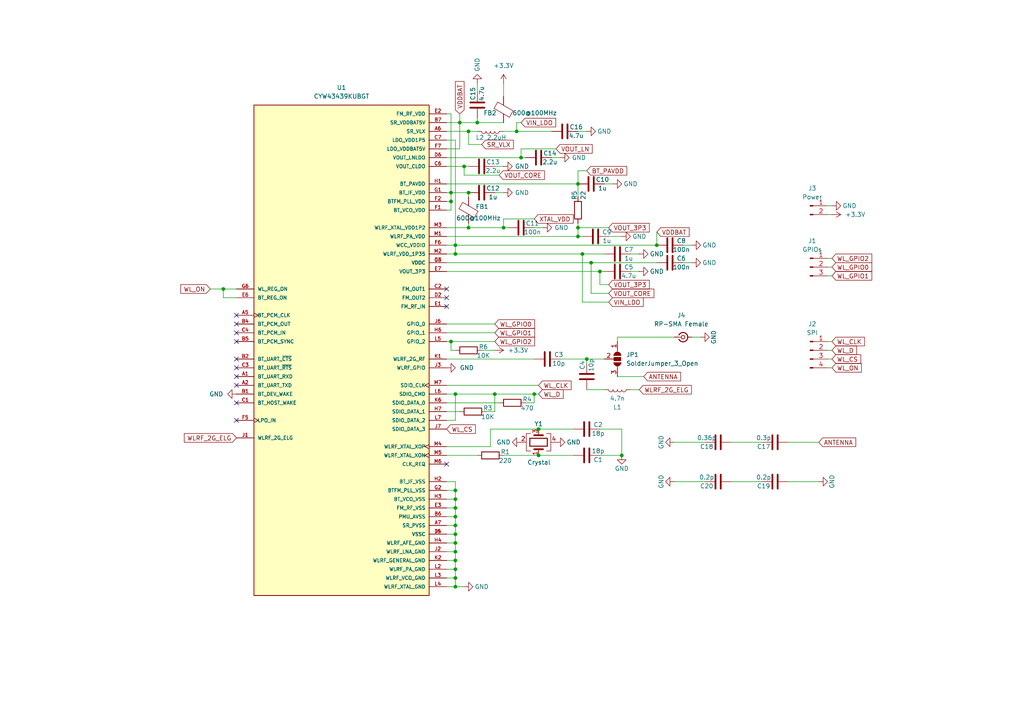
<source format=kicad_sch>
(kicad_sch (version 20231120) (generator "eeschema") (generator_version "8.0")
  (paper "A4")
  (lib_symbols
    (symbol "CYW43439:CYW43439KUBGT" (pin_names (offset 1.016))
      (property "Reference" "U" (at -25.4 73.66 0))
      (property "Value" "CYW43439KUBGT" (at -25.4 -73.66 0))
      (symbol "CYW43439KUBGT_0_0"
        (rectangle (start -25.4 -71.12) (end 25.4 71.12) (stroke (width 0.254)) (fill (type background)))
        (pin input line (at -30.48 -7.62 0) (length 5.08) (name "BT_UART_RXD") (number "A1"))
        (pin output line (at -30.48 -10.16 0) (length 5.08) (name "BT_UART_TXD") (number "A2"))
        (pin bidirectional clock (at -30.48 10.16 0) (length 5.08) (name "BT_PCM_CLK") (number "A5"))
        (pin power_in line (at 30.48 63.5 180) (length 5.08) (name "SR_VLX") (number "A6"))
        (pin power_in line (at 30.48 -50.8 180) (length 5.08) (name "SR_PVSS") (number "A7"))
        (pin bidirectional line (at -30.48 -12.7 0) (length 5.08) (name "BT_DEV_WAKE") (number "B1"))
        (pin input line (at -30.48 -2.54 0) (length 5.08) (name "BT_UART_~{CTS}") (number "B2"))
        (pin output line (at -30.48 7.62 0) (length 5.08) (name "BT_PCM_OUT") (number "B4"))
        (pin bidirectional line (at -30.48 2.54 0) (length 5.08) (name "BT_PCM_SYNC") (number "B5"))
        (pin power_in line (at 30.48 -48.26 180) (length 5.08) (name "PMU_AVSS") (number "B6"))
        (pin power_in line (at 30.48 66.04 180) (length 5.08) (name "SR_VDDBAT5V") (number "B7"))
        (pin bidirectional line (at -30.48 -15.24 0) (length 5.08) (name "BT_HOST_WAKE") (number "C1"))
        (pin output line (at 30.48 17.78 180) (length 5.08) (name "FM_OUT1") (number "C2"))
        (pin output line (at -30.48 -5.08 0) (length 5.08) (name "BT_UART_~{RTS}") (number "C3"))
        (pin input line (at -30.48 5.08 0) (length 5.08) (name "BT_PCM_IN") (number "C4"))
        (pin power_in line (at 30.48 53.34 180) (length 5.08) (name "VOUT_CLDO") (number "C6"))
        (pin power_in line (at 30.48 60.96 180) (length 5.08) (name "LDO_VDD1P5") (number "C7"))
        (pin output line (at 30.48 15.24 180) (length 5.08) (name "FM_OUT2") (number "D2"))
        (pin power_in line (at 30.48 25.4 180) (length 5.08) (name "VDDC") (number "D3"))
        (pin power_in line (at 30.48 -53.34 180) (length 5.08) (name "VSSC") (number "D4"))
        (pin power_in line (at 30.48 55.88 180) (length 5.08) (name "VOUT_LNLDO") (number "D6"))
        (pin input line (at 30.48 12.7 180) (length 5.08) (name "FM_RF_IN") (number "E1"))
        (pin bidirectional line (at 30.48 68.58 180) (length 5.08) (name "FM_RF_VDD") (number "E2"))
        (pin power_in line (at 30.48 -45.72 180) (length 5.08) (name "FM_RF_VSS") (number "E3"))
        (pin input line (at -30.48 15.24 0) (length 5.08) (name "BT_REG_ON") (number "E6"))
        (pin power_in line (at 30.48 22.86 180) (length 5.08) (name "VOUT_3P3") (number "E7"))
        (pin power_in line (at 30.48 40.64 180) (length 5.08) (name "BT_VCO_VDD") (number "F1"))
        (pin power_in line (at 30.48 43.18 180) (length 5.08) (name "BTFM_PLL_VDD") (number "F2"))
        (pin input clock (at -30.48 -20.32 0) (length 5.08) (name "LPO_IN") (number "F5"))
        (pin power_in line (at 30.48 30.48 180) (length 5.08) (name "WCC_VDDIO") (number "F6"))
        (pin power_in line (at 30.48 58.42 180) (length 5.08) (name "LDO_VDDBAT5V") (number "F7"))
        (pin power_in line (at 30.48 45.72 180) (length 5.08) (name "BT_IF_VDD") (number "G1"))
        (pin power_in line (at 30.48 -40.64 180) (length 5.08) (name "BTFM_PLL_VSS") (number "G2"))
        (pin power_in line (at 30.48 25.4 180) (length 5.08) (name "VDDC") (number "G4"))
        (pin input line (at -30.48 17.78 0) (length 5.08) (name "WL_REG_ON") (number "G6"))
        (pin power_in line (at 30.48 48.26 180) (length 5.08) (name "BT_PAVDD") (number "H1"))
        (pin power_in line (at 30.48 -38.1 180) (length 5.08) (name "BT_IF_VSS") (number "H2"))
        (pin power_in line (at 30.48 -43.18 180) (length 5.08) (name "BT_VCO_VSS") (number "H3"))
        (pin power_in line (at 30.48 -55.88 180) (length 5.08) (name "WLRF_AFE_GND") (number "H4"))
        (pin bidirectional line (at 30.48 5.08 180) (length 5.08) (name "GPIO_1") (number "H6"))
        (pin bidirectional line (at 30.48 -17.78 180) (length 5.08) (name "SDIO_DATA_1") (number "H7"))
        (pin input line (at -30.48 -25.4 0) (length 5.08) (name "WLRF_2G_ELG") (number "J1"))
        (pin power_in line (at 30.48 -58.42 180) (length 5.08) (name "WLRF_LNA_GND") (number "J2"))
        (pin bidirectional line (at 30.48 -5.08 180) (length 5.08) (name "WLRF_GPIO") (number "J3"))
        (pin power_in line (at 30.48 -53.34 180) (length 5.08) (name "VSSC") (number "J5"))
        (pin bidirectional line (at 30.48 7.62 180) (length 5.08) (name "GPIO_0") (number "J6"))
        (pin bidirectional line (at 30.48 -22.86 180) (length 5.08) (name "SDIO_DATA_3") (number "J7"))
        (pin output line (at 30.48 -2.54 180) (length 5.08) (name "WLRF_2G_RF") (number "K1"))
        (pin power_in line (at 30.48 -60.96 180) (length 5.08) (name "WLRF_GENERAL_GND") (number "K2"))
        (pin bidirectional line (at 30.48 -15.24 180) (length 5.08) (name "SDIO_DATA_0") (number "K6"))
        (pin power_in line (at 30.48 -63.5 180) (length 5.08) (name "WLRF_PA_GND") (number "L2"))
        (pin power_in line (at 30.48 -66.04 180) (length 5.08) (name "WLRF_VCO_GND") (number "L3"))
        (pin power_in line (at 30.48 -68.58 180) (length 5.08) (name "WLRF_XTAL_GND") (number "L4"))
        (pin bidirectional line (at 30.48 2.54 180) (length 5.08) (name "GPIO_2") (number "L5"))
        (pin bidirectional line (at 30.48 -12.7 180) (length 5.08) (name "SDIO_CMD") (number "L6"))
        (pin bidirectional line (at 30.48 -20.32 180) (length 5.08) (name "SDIO_DATA_2") (number "L7"))
        (pin power_in line (at 30.48 33.02 180) (length 5.08) (name "WLRF_PA_VDD") (number "M1"))
        (pin power_in line (at 30.48 27.94 180) (length 5.08) (name "WLRF_VDD_1P35") (number "M2"))
        (pin power_in line (at 30.48 35.56 180) (length 5.08) (name "WLRF_XTAL_VDD1P2") (number "M3"))
        (pin input clock (at 30.48 -27.94 180) (length 5.08) (name "WLRF_XTAL_XOP") (number "M4"))
        (pin output clock (at 30.48 -30.48 180) (length 5.08) (name "WLRF_XTAL_XON") (number "M5"))
        (pin output line (at 30.48 -33.02 180) (length 5.08) (name "CLK_REQ") (number "M6"))
        (pin input clock (at 30.48 -10.16 180) (length 5.08) (name "SDIO_CLK") (number "M7"))
      )
    )
    (symbol "Connector:Conn_01x02_Pin" (pin_names (offset 1.016) hide)
      (property "Reference" "J" (at 0 2.54 0))
      (property "Value" "Conn_01x02_Pin" (at 0 -5.08 0))
      (symbol "Conn_01x02_Pin_1_1"
        (polyline (pts (xy 1.27 -2.54) (xy 0.8636 -2.54)) (stroke (width 0.1524)))
        (polyline (pts (xy 1.27 0) (xy 0.8636 0)) (stroke (width 0.1524)))
        (rectangle (start 0.8636 -2.413) (end 0 -2.667) (stroke (width 0.1524)) (fill (type outline)))
        (rectangle (start 0.8636 0.127) (end 0 -0.127) (stroke (width 0.1524)) (fill (type outline)))
        (pin passive line (at 5.08 0 180) (length 3.81) (name "Pin_1") (number "1"))
        (pin passive line (at 5.08 -2.54 180) (length 3.81) (name "Pin_2") (number "2"))
      )
    )
    (symbol "Connector:Conn_01x03_Pin" (pin_names (offset 1.016) hide)
      (property "Reference" "J" (at 0 5.08 0))
      (property "Value" "Conn_01x03_Pin" (at 0 -5.08 0))
      (symbol "Conn_01x03_Pin_1_1"
        (polyline (pts (xy 1.27 -2.54) (xy 0.8636 -2.54)) (stroke (width 0.1524)))
        (polyline (pts (xy 1.27 0) (xy 0.8636 0)) (stroke (width 0.1524)))
        (polyline (pts (xy 1.27 2.54) (xy 0.8636 2.54)) (stroke (width 0.1524)))
        (rectangle (start 0.8636 -2.413) (end 0 -2.667) (stroke (width 0.1524)) (fill (type outline)))
        (rectangle (start 0.8636 0.127) (end 0 -0.127) (stroke (width 0.1524)) (fill (type outline)))
        (rectangle (start 0.8636 2.667) (end 0 2.413) (stroke (width 0.1524)) (fill (type outline)))
        (pin passive line (at 5.08 2.54 180) (length 3.81) (name "Pin_1") (number "1"))
        (pin passive line (at 5.08 0 180) (length 3.81) (name "Pin_2") (number "2"))
        (pin passive line (at 5.08 -2.54 180) (length 3.81) (name "Pin_3") (number "3"))
      )
    )
    (symbol "Connector:Conn_01x04_Pin" (pin_names (offset 1.016) hide)
      (property "Reference" "J" (at 0 5.08 0))
      (property "Value" "Conn_01x04_Pin" (at 0 -7.62 0))
      (symbol "Conn_01x04_Pin_1_1"
        (polyline (pts (xy 1.27 -5.08) (xy 0.8636 -5.08)) (stroke (width 0.1524)))
        (polyline (pts (xy 1.27 -2.54) (xy 0.8636 -2.54)) (stroke (width 0.1524)))
        (polyline (pts (xy 1.27 0) (xy 0.8636 0)) (stroke (width 0.1524)))
        (polyline (pts (xy 1.27 2.54) (xy 0.8636 2.54)) (stroke (width 0.1524)))
        (rectangle (start 0.8636 -4.953) (end 0 -5.207) (stroke (width 0.1524)) (fill (type outline)))
        (rectangle (start 0.8636 -2.413) (end 0 -2.667) (stroke (width 0.1524)) (fill (type outline)))
        (rectangle (start 0.8636 0.127) (end 0 -0.127) (stroke (width 0.1524)) (fill (type outline)))
        (rectangle (start 0.8636 2.667) (end 0 2.413) (stroke (width 0.1524)) (fill (type outline)))
        (pin passive line (at 5.08 2.54 180) (length 3.81) (name "Pin_1") (number "1"))
        (pin passive line (at 5.08 0 180) (length 3.81) (name "Pin_2") (number "2"))
        (pin passive line (at 5.08 -2.54 180) (length 3.81) (name "Pin_3") (number "3"))
        (pin passive line (at 5.08 -5.08 180) (length 3.81) (name "Pin_4") (number "4"))
      )
    )
    (symbol "Connector:Conn_Coaxial_Small" (pin_numbers hide) (pin_names (offset 1.016) hide)
      (property "Reference" "J" (at 0.254 3.048 0))
      (property "Value" "Conn_Coaxial_Small" (at 0 -3.81 0))
      (symbol "Conn_Coaxial_Small_0_1"
        (polyline (pts (xy -2.54 0) (xy -0.508 0)))
        (circle (center 0 0) (radius 0.508) (stroke (width 0.2032)))
      )
      (symbol "Conn_Coaxial_Small_1_1"
        (arc (start -1.1916 -0.6311) (mid 0.327 -1.3081) (end 1.3484 0.0039) (stroke (width 0.3048)))
        (arc (start 1.3484 -0.0039) (mid 0.327 1.3081) (end -1.1916 0.6311) (stroke (width 0.3048)))
        (pin passive line (at -2.54 0 0) (length 1.27) (name "In") (number "1"))
        (pin passive line (at 2.54 0 180) (length 1.27) (name "Ext") (number "2"))
      )
    )
    (symbol "Device:C" (pin_numbers hide) (pin_names (offset 0.254))
      (property "Reference" "C" (at 0.635 2.54 0))
      (property "Value" "C" (at 0.635 -2.54 0))
      (symbol "C_0_1"
        (polyline (pts (xy -2.032 -0.762) (xy 2.032 -0.762)) (stroke (width 0.508)))
        (polyline (pts (xy -2.032 0.762) (xy 2.032 0.762)) (stroke (width 0.508)))
      )
      (symbol "C_1_1"
        (pin passive line (at 0 3.81 270) (length 2.794) (name "~") (number "1"))
        (pin passive line (at 0 -3.81 90) (length 2.794) (name "~") (number "2"))
      )
    )
    (symbol "Device:Crystal_GND24" (pin_names (offset 1.016) hide)
      (property "Reference" "Y" (at 3.175 5.08 0))
      (property "Value" "Crystal_GND24" (at 3.175 3.175 0))
      (symbol "Crystal_GND24_0_1"
        (rectangle (start -1.143 2.54) (end 1.143 -2.54) (stroke (width 0.3048)))
        (polyline (pts (xy -2.54 0) (xy -2.032 0)))
        (polyline (pts (xy -2.032 -1.27) (xy -2.032 1.27)) (stroke (width 0.508)))
        (polyline (pts (xy 0 -3.81) (xy 0 -3.556)))
        (polyline (pts (xy 0 3.556) (xy 0 3.81)))
        (polyline (pts (xy 2.032 -1.27) (xy 2.032 1.27)) (stroke (width 0.508)))
        (polyline (pts (xy 2.032 0) (xy 2.54 0)))
        (polyline (pts (xy -2.54 -2.286) (xy -2.54 -3.556) (xy 2.54 -3.556) (xy 2.54 -2.286)))
        (polyline (pts (xy -2.54 2.286) (xy -2.54 3.556) (xy 2.54 3.556) (xy 2.54 2.286)))
      )
      (symbol "Crystal_GND24_1_1"
        (pin passive line (at -3.81 0 0) (length 1.27) (name "1") (number "1"))
        (pin passive line (at 0 5.08 270) (length 1.27) (name "2") (number "2"))
        (pin passive line (at 3.81 0 180) (length 1.27) (name "3") (number "3"))
        (pin passive line (at 0 -5.08 90) (length 1.27) (name "4") (number "4"))
      )
    )
    (symbol "Device:FerriteBead" (pin_numbers hide) (pin_names (offset 0))
      (property "Reference" "FB" (at -3.81 0.635 90))
      (property "Value" "FerriteBead" (at 3.81 0 90))
      (symbol "FerriteBead_0_1"
        (polyline (pts (xy 0 -1.27) (xy 0 -1.2192)))
        (polyline (pts (xy 0 1.27) (xy 0 1.2954)))
        (polyline (pts (xy -2.7686 0.4064) (xy -1.7018 2.2606) (xy 2.7686 -0.3048) (xy 1.6764 -2.159) (xy -2.7686 0.4064)))
      )
      (symbol "FerriteBead_1_1"
        (pin passive line (at 0 3.81 270) (length 2.54) (name "~") (number "1"))
        (pin passive line (at 0 -3.81 90) (length 2.54) (name "~") (number "2"))
      )
    )
    (symbol "Device:L" (pin_numbers hide) (pin_names (offset 1.016) hide)
      (property "Reference" "L" (at -1.27 0 90))
      (property "Value" "L" (at 1.905 0 90))
      (symbol "L_0_1"
        (arc (start 0 -2.54) (mid 0.6323 -1.905) (end 0 -1.27))
        (arc (start 0 -1.27) (mid 0.6323 -0.635) (end 0 0))
        (arc (start 0 0) (mid 0.6323 0.635) (end 0 1.27))
        (arc (start 0 1.27) (mid 0.6323 1.905) (end 0 2.54))
      )
      (symbol "L_1_1"
        (pin passive line (at 0 3.81 270) (length 1.27) (name "1") (number "1"))
        (pin passive line (at 0 -3.81 90) (length 1.27) (name "2") (number "2"))
      )
    )
    (symbol "Device:R" (pin_numbers hide) (pin_names (offset 0))
      (property "Reference" "R" (at 2.032 0 90))
      (property "Value" "R" (at 0 0 90))
      (symbol "R_0_1"
        (rectangle (start -1.016 -2.54) (end 1.016 2.54) (stroke (width 0.254)))
      )
      (symbol "R_1_1"
        (pin passive line (at 0 3.81 270) (length 1.27) (name "~") (number "1"))
        (pin passive line (at 0 -3.81 90) (length 1.27) (name "~") (number "2"))
      )
    )
    (symbol "Jumper:SolderJumper_3_Open" (pin_names (offset 0) hide) (exclude_from_sim yes) (in_bom no)
      (property "Reference" "JP" (at -2.54 -2.54 0))
      (property "Value" "SolderJumper_3_Open" (at 0 2.794 0))
      (symbol "SolderJumper_3_Open_0_1"
        (arc (start -1.016 1.016) (mid -2.0276 0) (end -1.016 -1.016))
        (arc (start -1.016 1.016) (mid -2.0276 0) (end -1.016 -1.016) (fill (type outline)))
        (rectangle (start -0.508 1.016) (end 0.508 -1.016) (fill (type outline)))
        (polyline (pts (xy -2.54 0) (xy -2.032 0)))
        (polyline (pts (xy -1.016 1.016) (xy -1.016 -1.016)))
        (polyline (pts (xy 0 -1.27) (xy 0 -1.016)))
        (polyline (pts (xy 1.016 1.016) (xy 1.016 -1.016)))
        (polyline (pts (xy 2.54 0) (xy 2.032 0)))
        (arc (start 1.016 -1.016) (mid 2.0276 0) (end 1.016 1.016))
        (arc (start 1.016 -1.016) (mid 2.0276 0) (end 1.016 1.016) (fill (type outline)))
      )
      (symbol "SolderJumper_3_Open_1_1"
        (pin passive line (at -5.08 0 0) (length 2.54) (name "A") (number "1"))
        (pin passive line (at 0 -3.81 90) (length 2.54) (name "C") (number "2"))
        (pin passive line (at 5.08 0 180) (length 2.54) (name "B") (number "3"))
      )
    )
    (symbol "power:+3.3V" (power) (pin_numbers hide) (pin_names (offset 0) hide)
      (property "Value" "+3.3V" (at 0 3.556 0))
      (symbol "+3.3V_0_1"
        (polyline (pts (xy -0.762 1.27) (xy 0 2.54)))
        (polyline (pts (xy 0 0) (xy 0 2.54)))
        (polyline (pts (xy 0 2.54) (xy 0.762 1.27)))
      )
      (symbol "+3.3V_1_1"
        (pin power_in line (at 0 0 90) (length 0) (name "~") (number "1"))
      )
    )
    (symbol "power:GND" (power) (pin_numbers hide) (pin_names (offset 0) hide)
      (property "Value" "GND" (at 0 -3.81 0))
      (symbol "GND_0_1"
        (polyline (pts (xy 0 0) (xy 0 -1.27) (xy 1.27 -1.27) (xy 0 -2.54) (xy -1.27 -1.27) (xy 0 -1.27)))
      )
      (symbol "GND_1_1"
        (pin power_in line (at 0 0 270) (length 0) (name "~") (number "1"))
      )
    )
  )
  (junction (at 146.05 66.04))
  (junction (at 151.13 45.72))
  (junction (at 156.21 132.08))
  (junction (at 190.5 71.12))
  (junction (at 135.89 55.88))
  (junction (at 132.08 142.24))
  (junction (at 132.08 162.56))
  (junction (at 130.81 99.06))
  (junction (at 130.81 58.42))
  (junction (at 170.18 104.14))
  (junction (at 133.35 35.56))
  (junction (at 134.62 48.26))
  (junction (at 132.08 144.78))
  (junction (at 132.08 73.66))
  (junction (at 132.08 157.48))
  (junction (at 167.64 53.34))
  (junction (at 132.08 147.32))
  (junction (at 173.99 78.74))
  (junction (at 130.81 55.88))
  (junction (at 171.45 76.2))
  (junction (at 132.08 167.64))
  (junction (at 132.08 160.02))
  (junction (at 135.89 38.1))
  (junction (at 143.51 114.3))
  (junction (at 180.34 132.08))
  (junction (at 132.08 154.94))
  (junction (at 132.08 114.3))
  (junction (at 135.89 66.04))
  (junction (at 154.94 114.3))
  (junction (at 138.43 35.56))
  (junction (at 132.08 170.18))
  (junction (at 64.77 83.82))
  (junction (at 167.64 66.04))
  (junction (at 132.08 165.1))
  (junction (at 149.86 38.1))
  (junction (at 168.91 73.66))
  (junction (at 132.08 71.12))
  (junction (at 132.08 149.86))
  (junction (at 156.21 124.46))
  (junction (at 132.08 152.4))
  (junction (at 167.64 68.58))
  (no_connect (at 129.54 134.62))
  (no_connect (at 129.54 88.9))
  (no_connect (at 129.54 83.82))
  (no_connect (at 129.54 86.36))
  (no_connect (at 68.58 106.68))
  (no_connect (at 68.58 99.06))
  (no_connect (at 68.58 121.92))
  (no_connect (at 68.58 93.98))
  (no_connect (at 68.58 109.22))
  (no_connect (at 68.58 116.84))
  (no_connect (at 68.58 111.76))
  (no_connect (at 68.58 96.52))
  (no_connect (at 68.58 104.14))
  (no_connect (at 68.58 91.44))
  (wire (pts (xy 154.94 116.84) (xy 154.94 114.3)))
  (wire (pts (xy 132.08 114.3) (xy 143.51 114.3)))
  (wire (pts (xy 241.3 74.93) (xy 240.03 74.93)))
  (wire (pts (xy 138.43 35.56) (xy 146.05 35.56)))
  (wire (pts (xy 129.54 38.1) (xy 135.89 38.1)))
  (wire (pts (xy 130.81 58.42) (xy 130.81 55.88)))
  (wire (pts (xy 160.02 45.72) (xy 162.56 45.72)))
  (wire (pts (xy 146.05 63.5) (xy 146.05 66.04)))
  (wire (pts (xy 132.08 139.7) (xy 129.54 139.7)))
  (wire (pts (xy 132.08 149.86) (xy 132.08 152.4)))
  (wire (pts (xy 129.54 119.38) (xy 133.35 119.38)))
  (wire (pts (xy 162.56 104.14) (xy 170.18 104.14)))
  (wire (pts (xy 200.66 76.2) (xy 198.12 76.2)))
  (wire (pts (xy 170.18 104.14) (xy 175.26 104.14)))
  (wire (pts (xy 170.18 38.1) (xy 167.64 38.1)))
  (wire (pts (xy 212.09 139.7) (xy 220.98 139.7)))
  (wire (pts (xy 228.6 139.7) (xy 237.49 139.7)))
  (wire (pts (xy 129.54 76.2) (xy 171.45 76.2)))
  (wire (pts (xy 170.18 49.53) (xy 167.64 49.53)))
  (wire (pts (xy 135.89 64.77) (xy 135.89 66.04)))
  (wire (pts (xy 132.08 165.1) (xy 129.54 165.1)))
  (wire (pts (xy 132.08 71.12) (xy 132.08 73.66)))
  (wire (pts (xy 241.3 80.01) (xy 240.03 80.01)))
  (wire (pts (xy 130.81 60.96) (xy 130.81 58.42)))
  (wire (pts (xy 167.64 64.77) (xy 167.64 66.04)))
  (wire (pts (xy 130.81 55.88) (xy 135.89 55.88)))
  (wire (pts (xy 132.08 71.12) (xy 190.5 71.12)))
  (wire (pts (xy 170.18 104.14) (xy 170.18 105.41)))
  (wire (pts (xy 132.08 142.24) (xy 132.08 144.78)))
  (wire (pts (xy 132.08 73.66) (xy 168.91 73.66)))
  (wire (pts (xy 151.13 43.18) (xy 151.13 45.72)))
  (wire (pts (xy 129.54 43.18) (xy 133.35 43.18)))
  (wire (pts (xy 228.6 128.27) (xy 237.49 128.27)))
  (wire (pts (xy 167.64 66.04) (xy 176.53 66.04)))
  (wire (pts (xy 132.08 147.32) (xy 129.54 147.32)))
  (wire (pts (xy 132.08 101.6) (xy 130.81 101.6)))
  (wire (pts (xy 146.05 38.1) (xy 149.86 38.1)))
  (wire (pts (xy 156.21 132.08) (xy 166.37 132.08)))
  (wire (pts (xy 130.81 33.02) (xy 130.81 55.88)))
  (wire (pts (xy 143.51 93.98) (xy 129.54 93.98)))
  (wire (pts (xy 133.35 33.02) (xy 133.35 35.56)))
  (wire (pts (xy 176.53 85.09) (xy 171.45 85.09)))
  (wire (pts (xy 132.08 170.18) (xy 129.54 170.18)))
  (wire (pts (xy 173.99 78.74) (xy 175.26 78.74)))
  (wire (pts (xy 171.45 85.09) (xy 171.45 76.2)))
  (wire (pts (xy 132.08 154.94) (xy 129.54 154.94)))
  (wire (pts (xy 185.42 73.66) (xy 182.88 73.66)))
  (wire (pts (xy 143.51 114.3) (xy 154.94 114.3)))
  (wire (pts (xy 133.35 35.56) (xy 138.43 35.56)))
  (wire (pts (xy 64.77 86.36) (xy 64.77 83.82)))
  (wire (pts (xy 173.99 82.55) (xy 173.99 78.74)))
  (wire (pts (xy 143.51 101.6) (xy 139.7 101.6)))
  (wire (pts (xy 132.08 165.1) (xy 132.08 167.64)))
  (wire (pts (xy 129.54 33.02) (xy 130.81 33.02)))
  (wire (pts (xy 168.91 73.66) (xy 175.26 73.66)))
  (wire (pts (xy 143.51 96.52) (xy 129.54 96.52)))
  (wire (pts (xy 132.08 139.7) (xy 132.08 142.24)))
  (wire (pts (xy 129.54 66.04) (xy 135.89 66.04)))
  (wire (pts (xy 154.94 66.04) (xy 157.48 66.04)))
  (wire (pts (xy 179.07 97.79) (xy 179.07 99.06)))
  (wire (pts (xy 177.8 53.34) (xy 175.26 53.34)))
  (wire (pts (xy 241.3 99.06) (xy 240.03 99.06)))
  (wire (pts (xy 241.3 106.68) (xy 240.03 106.68)))
  (wire (pts (xy 146.05 24.13) (xy 146.05 27.94)))
  (wire (pts (xy 132.08 162.56) (xy 129.54 162.56)))
  (wire (pts (xy 156.21 124.46) (xy 166.37 124.46)))
  (wire (pts (xy 176.53 87.63) (xy 168.91 87.63)))
  (wire (pts (xy 129.54 111.76) (xy 156.21 111.76)))
  (wire (pts (xy 132.08 152.4) (xy 129.54 152.4)))
  (wire (pts (xy 129.54 116.84) (xy 144.78 116.84)))
  (wire (pts (xy 138.43 26.67) (xy 138.43 24.13)))
  (wire (pts (xy 132.08 160.02) (xy 129.54 160.02)))
  (wire (pts (xy 132.08 167.64) (xy 129.54 167.64)))
  (wire (pts (xy 154.94 114.3) (xy 156.21 114.3)))
  (wire (pts (xy 132.08 167.64) (xy 132.08 170.18)))
  (wire (pts (xy 129.54 35.56) (xy 133.35 35.56)))
  (wire (pts (xy 154.94 63.5) (xy 146.05 63.5)))
  (wire (pts (xy 129.54 121.92) (xy 132.08 121.92)))
  (wire (pts (xy 129.54 40.64) (xy 132.08 40.64)))
  (wire (pts (xy 185.42 78.74) (xy 182.88 78.74)))
  (wire (pts (xy 168.91 68.58) (xy 167.64 68.58)))
  (wire (pts (xy 129.54 68.58) (xy 167.64 68.58)))
  (wire (pts (xy 241.3 62.23) (xy 240.03 62.23)))
  (wire (pts (xy 149.86 38.1) (xy 160.02 38.1)))
  (wire (pts (xy 132.08 40.64) (xy 132.08 71.12)))
  (wire (pts (xy 132.08 149.86) (xy 129.54 149.86)))
  (wire (pts (xy 195.58 128.27) (xy 204.47 128.27)))
  (wire (pts (xy 185.42 113.03) (xy 182.88 113.03)))
  (wire (pts (xy 129.54 132.08) (xy 138.43 132.08)))
  (wire (pts (xy 132.08 157.48) (xy 129.54 157.48)))
  (wire (pts (xy 132.08 121.92) (xy 132.08 114.3)))
  (wire (pts (xy 135.89 66.04) (xy 146.05 66.04)))
  (wire (pts (xy 190.5 67.31) (xy 190.5 71.12)))
  (wire (pts (xy 139.7 41.91) (xy 135.89 41.91)))
  (wire (pts (xy 129.54 129.54) (xy 142.24 129.54)))
  (wire (pts (xy 143.51 99.06) (xy 130.81 99.06)))
  (wire (pts (xy 147.32 66.04) (xy 146.05 66.04)))
  (wire (pts (xy 129.54 45.72) (xy 151.13 45.72)))
  (wire (pts (xy 143.51 55.88) (xy 146.05 55.88)))
  (wire (pts (xy 241.3 104.14) (xy 240.03 104.14)))
  (wire (pts (xy 132.08 147.32) (xy 132.08 149.86)))
  (wire (pts (xy 241.3 77.47) (xy 240.03 77.47)))
  (wire (pts (xy 60.96 83.82) (xy 64.77 83.82)))
  (wire (pts (xy 129.54 114.3) (xy 132.08 114.3)))
  (wire (pts (xy 195.58 139.7) (xy 204.47 139.7)))
  (wire (pts (xy 151.13 45.72) (xy 152.4 45.72)))
  (wire (pts (xy 132.08 144.78) (xy 132.08 147.32)))
  (wire (pts (xy 175.26 113.03) (xy 170.18 113.03)))
  (wire (pts (xy 143.51 48.26) (xy 146.05 48.26)))
  (wire (pts (xy 133.35 43.18) (xy 133.35 35.56)))
  (wire (pts (xy 173.99 124.46) (xy 180.34 124.46)))
  (wire (pts (xy 132.08 142.24) (xy 129.54 142.24)))
  (wire (pts (xy 168.91 87.63) (xy 168.91 73.66)))
  (wire (pts (xy 152.4 116.84) (xy 154.94 116.84)))
  (wire (pts (xy 203.2 97.79) (xy 200.66 97.79)))
  (wire (pts (xy 132.08 162.56) (xy 132.08 165.1)))
  (wire (pts (xy 241.3 59.69) (xy 240.03 59.69)))
  (wire (pts (xy 180.34 68.58) (xy 176.53 68.58)))
  (wire (pts (xy 64.77 83.82) (xy 68.58 83.82)))
  (wire (pts (xy 167.64 66.04) (xy 167.64 68.58)))
  (wire (pts (xy 129.54 60.96) (xy 130.81 60.96)))
  (wire (pts (xy 167.64 49.53) (xy 167.64 53.34)))
  (wire (pts (xy 134.62 48.26) (xy 135.89 48.26)))
  (wire (pts (xy 149.86 35.56) (xy 149.86 38.1)))
  (wire (pts (xy 135.89 41.91) (xy 135.89 38.1)))
  (wire (pts (xy 142.24 129.54) (xy 142.24 124.46)))
  (wire (pts (xy 129.54 73.66) (xy 132.08 73.66)))
  (wire (pts (xy 135.89 55.88) (xy 135.89 57.15)))
  (wire (pts (xy 144.78 50.8) (xy 134.62 50.8)))
  (wire (pts (xy 68.58 86.36) (xy 64.77 86.36)))
  (wire (pts (xy 171.45 76.2) (xy 190.5 76.2)))
  (wire (pts (xy 140.97 119.38) (xy 143.51 119.38)))
  (wire (pts (xy 135.89 38.1) (xy 138.43 38.1)))
  (wire (pts (xy 132.08 154.94) (xy 132.08 157.48)))
  (wire (pts (xy 134.62 170.18) (xy 132.08 170.18)))
  (wire (pts (xy 179.07 97.79) (xy 195.58 97.79)))
  (wire (pts (xy 132.08 157.48) (xy 132.08 160.02)))
  (wire (pts (xy 138.43 34.29) (xy 138.43 35.56)))
  (wire (pts (xy 132.08 144.78) (xy 129.54 144.78)))
  (wire (pts (xy 180.34 124.46) (xy 180.34 132.08)))
  (wire (pts (xy 134.62 50.8) (xy 134.62 48.26)))
  (wire (pts (xy 129.54 58.42) (xy 130.81 58.42)))
  (wire (pts (xy 212.09 128.27) (xy 220.98 128.27)))
  (wire (pts (xy 129.54 53.34) (xy 167.64 53.34)))
  (wire (pts (xy 173.99 132.08) (xy 180.34 132.08)))
  (wire (pts (xy 143.51 119.38) (xy 143.51 114.3)))
  (wire (pts (xy 179.07 109.22) (xy 186.69 109.22)))
  (wire (pts (xy 130.81 101.6) (xy 130.81 99.06)))
  (wire (pts (xy 200.66 71.12) (xy 198.12 71.12)))
  (wire (pts (xy 146.05 132.08) (xy 156.21 132.08)))
  (wire (pts (xy 161.29 43.18) (xy 151.13 43.18)))
  (wire (pts (xy 176.53 82.55) (xy 173.99 82.55)))
  (wire (pts (xy 132.08 152.4) (xy 132.08 154.94)))
  (wire (pts (xy 167.64 53.34) (xy 167.64 57.15)))
  (wire (pts (xy 129.54 55.88) (xy 130.81 55.88)))
  (wire (pts (xy 132.08 71.12) (xy 129.54 71.12)))
  (wire (pts (xy 132.08 160.02) (xy 132.08 162.56)))
  (wire (pts (xy 151.13 35.56) (xy 149.86 35.56)))
  (wire (pts (xy 129.54 104.14) (xy 154.94 104.14)))
  (wire (pts (xy 129.54 78.74) (xy 173.99 78.74)))
  (wire (pts (xy 142.24 124.46) (xy 156.21 124.46)))
  (wire (pts (xy 130.81 99.06) (xy 129.54 99.06)))
  (wire (pts (xy 129.54 48.26) (xy 134.62 48.26)))
  (wire (pts (xy 241.3 101.6) (xy 240.03 101.6)))
  (global_label "ANTENNA" (shape input) (at 186.69 109.22 0) (property "Intersheetrefs" "${INTERSHEET_REFS}" (effects (hide yes))))
  (global_label "WLRF_2G_ELG" (shape input) (at 68.58 127 180) (property "Intersheetrefs" "${INTERSHEET_REFS}" (effects (hide yes))))
  (global_label "VOUT_CORE" (shape input) (at 176.53 85.09 0) (property "Intersheetrefs" "${INTERSHEET_REFS}" (effects (hide yes))))
  (global_label "WL_ON" (shape input) (at 60.96 83.82 180) (property "Intersheetrefs" "${INTERSHEET_REFS}" (effects (hide yes))))
  (global_label "VIN_LDO" (shape input) (at 176.53 87.63 0) (property "Intersheetrefs" "${INTERSHEET_REFS}" (effects (hide yes))))
  (global_label "VDDBAT" (shape input) (at 190.5 67.31 0) (property "Intersheetrefs" "${INTERSHEET_REFS}" (effects (hide yes))))
  (global_label "BT_PAVDD" (shape input) (at 170.18 49.53 0) (property "Intersheetrefs" "${INTERSHEET_REFS}" (effects (hide yes))))
  (global_label "WL_CLK" (shape input) (at 241.3 99.06 0) (property "Intersheetrefs" "${INTERSHEET_REFS}" (effects (hide yes))))
  (global_label "WL_ON" (shape input) (at 241.3 106.68 0) (property "Intersheetrefs" "${INTERSHEET_REFS}" (effects (hide yes))))
  (global_label "WL_CS" (shape input) (at 129.54 124.46 0) (property "Intersheetrefs" "${INTERSHEET_REFS}" (effects (hide yes))))
  (global_label "VOUT_CORE" (shape input) (at 144.78 50.8 0) (property "Intersheetrefs" "${INTERSHEET_REFS}" (effects (hide yes))))
  (global_label "WL_D" (shape input) (at 156.21 114.3 0) (property "Intersheetrefs" "${INTERSHEET_REFS}" (effects (hide yes))))
  (global_label "VOUT_3P3" (shape input) (at 176.53 66.04 0) (property "Intersheetrefs" "${INTERSHEET_REFS}" (effects (hide yes))))
  (global_label "ANTENNA" (shape input) (at 237.49 128.27 0) (property "Intersheetrefs" "${INTERSHEET_REFS}" (effects (hide yes))))
  (global_label "WL_CLK" (shape input) (at 156.21 111.76 0) (property "Intersheetrefs" "${INTERSHEET_REFS}" (effects (hide yes))))
  (global_label "VDDBAT" (shape input) (at 133.35 33.02 90) (property "Intersheetrefs" "${INTERSHEET_REFS}" (effects (hide yes))))
  (global_label "WL_GPIO1" (shape input) (at 241.3 80.01 0) (property "Intersheetrefs" "${INTERSHEET_REFS}" (effects (hide yes))))
  (global_label "WL_GPIO1" (shape input) (at 143.51 96.52 0) (property "Intersheetrefs" "${INTERSHEET_REFS}" (effects (hide yes))))
  (global_label "SR_VLX" (shape input) (at 139.7 41.91 0) (property "Intersheetrefs" "${INTERSHEET_REFS}" (effects (hide yes))))
  (global_label "XTAL_VDD" (shape input) (at 154.94 63.5 0) (property "Intersheetrefs" "${INTERSHEET_REFS}" (effects (hide yes))))
  (global_label "VOUT_LN" (shape input) (at 161.29 43.18 0) (property "Intersheetrefs" "${INTERSHEET_REFS}" (effects (hide yes))))
  (global_label "WL_CS" (shape input) (at 241.3 104.14 0) (property "Intersheetrefs" "${INTERSHEET_REFS}" (effects (hide yes))))
  (global_label "WL_GPIO2" (shape input) (at 143.51 99.06 0) (property "Intersheetrefs" "${INTERSHEET_REFS}" (effects (hide yes))))
  (global_label "WL_D" (shape input) (at 241.3 101.6 0) (property "Intersheetrefs" "${INTERSHEET_REFS}" (effects (hide yes))))
  (global_label "WL_GPIO2" (shape input) (at 241.3 74.93 0) (property "Intersheetrefs" "${INTERSHEET_REFS}" (effects (hide yes))))
  (global_label "WLRF_2G_ELG" (shape input) (at 185.42 113.03 0) (property "Intersheetrefs" "${INTERSHEET_REFS}" (effects (hide yes))))
  (global_label "VOUT_3P3" (shape input) (at 176.53 82.55 0) (property "Intersheetrefs" "${INTERSHEET_REFS}" (effects (hide yes))))
  (global_label "WL_GPIO0" (shape input) (at 143.51 93.98 0) (property "Intersheetrefs" "${INTERSHEET_REFS}" (effects (hide yes))))
  (global_label "WL_GPIO0" (shape input) (at 241.3 77.47 0) (property "Intersheetrefs" "${INTERSHEET_REFS}" (effects (hide yes))))
  (global_label "VIN_LDO" (shape input) (at 151.13 35.56 0) (property "Intersheetrefs" "${INTERSHEET_REFS}" (effects (hide yes))))
  (symbol (lib_id "power:GND") (at 157.48 66.04 90) (unit 1)
    (property "Reference" "#PWR012" (effects (hide yes)))
    (property "Value" "GND" (at 160.782 66.04 90) (effects (justify right)))
    (property "Description" "Power symbol creates a global label with name \"GND\" , ground" (effects (hide yes)))
  )
  (symbol (lib_id "power:+3.3V") (at 146.05 24.13 0) (unit 1)
    (property "Reference" "#PWR017" (effects (hide yes)))
    (property "Value" "+3.3V" (at 146.05 19.05 0))
    (property "Description" "Power symbol creates a global label with name \"+3.3V\"" (effects (hide yes)))
  )
  (symbol (lib_id "CYW43439:CYW43439KUBGT") (at 99.06 101.6 0) (unit 1)
    (property "Reference" "U1" (at 99.06 25.4 0))
    (property "Value" "CYW43439KUBGT" (at 99.06 27.94 0))
    (property "Footprint" "CYW43439KUBGT:BGA63N40P7X12_287X487X55N" (effects (hide yes)))
    (property "MF" "Infineon Technologies" (effects (hide yes)))
    (property "MAXIMUM_PACKAGE_HEIGHT" "0.55mm" (effects (hide yes)))
    (property "Package" "UFBGA-63 Infineon" (effects (hide yes)))
    (property "Price" "None" (effects (hide yes)))
    (property "Check_prices" "https://www.snapeda.com/parts/CYW43439KUBGT/Infineon/view-part/?ref=eda" (effects (hide yes)))
    (property "STANDARD" "IPC-7351B" (effects (hide yes)))
    (property "PARTREV" "D" (effects (hide yes)))
    (property "SnapEDA_Link" "https://www.snapeda.com/parts/CYW43439KUBGT/Infineon/view-part/?ref=snap" (effects (hide yes)))
    (property "MP" "CYW43439KUBGT" (effects (hide yes)))
    (property "Purchase-URL" "https://www.snapeda.com/api/url_track_click_mouser/?unipart_id=12261702&manufacturer=Infineon Technologies&part_name=CYW43439KUBGT&search_term=None" (effects (hide yes)))
    (property "Description_1" "\nIC RF TxRx + MCU Bluetooth, WiFi 802.11a/b/g/n, Bluetooth v5.2 + EDR, Class 1, 2 2.4GHz 63-UFBGA, WLBGA\n" (effects (hide yes)))
    (property "Availability" "In Stock" (effects (hide yes)))
    (property "MANUFACTURER" "Infineon" (effects (hide yes)))
    (property "LCSC" "C5359496" (effects (hide yes)))
  )
  (symbol (lib_id "Device:C") (at 194.31 76.2 90) (unit 1)
    (property "Reference" "C6" (at 197.612 74.93 90))
    (property "Value" "100n" (at 197.612 77.47 90))
    (property "Footprint" "Capacitor_SMD:C_0603_1608Metric" (effects (hide yes)))
    (property "Description" "Unpolarized capacitor" (effects (hide yes)))
    (property "LCSC" "C14663" (effects (hide yes)))
  )
  (symbol (lib_id "Device:C") (at 139.7 48.26 90) (unit 1)
    (property "Reference" "C13" (at 143.002 46.99 90))
    (property "Value" "2.2u" (at 143.002 49.53 90))
    (property "Footprint" "Capacitor_SMD:C_0603_1608Metric" (effects (hide yes)))
    (property "Description" "Unpolarized capacitor" (effects (hide yes)))
    (property "LCSC" "C23630" (effects (hide yes)))
  )
  (symbol (lib_id "Device:Crystal_GND24") (at 156.21 128.27 90) (unit 1)
    (property "Reference" "Y1" (at 157.48 122.936 90) (effects (justify left)))
    (property "Value" "Crystal" (at 159.766 134.112 90) (effects (justify left)))
    (property "Footprint" "Crystal:Crystal_SMD_2016-4Pin_2.0x1.6mm" (effects (hide yes)))
    (property "Description" "Four pin crystal, GND on pins 2 and 4" (effects (hide yes)))
    (property "LCSC" "C2901740" (effects (hide yes)))
  )
  (symbol (lib_id "Device:C") (at 170.18 124.46 90) (unit 1)
    (property "Reference" "C2" (at 173.482 123.19 90))
    (property "Value" "18p" (at 173.482 125.73 90))
    (property "Footprint" "Capacitor_SMD:C_0603_1608Metric" (effects (hide yes)))
    (property "Description" "Unpolarized capacitor" (effects (hide yes)))
    (property "LCSC" "C1647" (effects (hide yes)))
  )
  (symbol (lib_id "power:GND") (at 177.8 53.34 90) (unit 1)
    (property "Reference" "#PWR011" (effects (hide yes)))
    (property "Value" "GND" (at 180.848 53.34 90) (effects (justify right)))
    (property "Description" "Power symbol creates a global label with name \"GND\" , ground" (effects (hide yes)))
  )
  (symbol (lib_id "Device:C") (at 194.31 71.12 90) (unit 1)
    (property "Reference" "C8" (at 197.612 69.85 90))
    (property "Value" "100n" (at 197.612 72.39 90))
    (property "Footprint" "Capacitor_SMD:C_0603_1608Metric" (effects (hide yes)))
    (property "Description" "Unpolarized capacitor" (effects (hide yes)))
    (property "LCSC" "C14663" (effects (hide yes)))
  )
  (symbol (lib_id "Device:C") (at 158.75 104.14 90) (unit 1)
    (property "Reference" "C3" (at 162.052 102.87 90))
    (property "Value" "10p" (at 162.052 105.41 90))
    (property "Footprint" "Resistor_SMD:R_0402_1005Metric" (effects (hide yes)))
    (property "Description" "Unpolarized capacitor" (effects (hide yes)))
    (property "LCSC" "C32949" (effects (hide yes)))
  )
  (symbol (lib_id "Device:C") (at 172.72 68.58 90) (unit 1)
    (property "Reference" "C9" (at 176.022 67.31 90))
    (property "Value" "1u" (at 176.022 69.85 90))
    (property "Footprint" "Capacitor_SMD:C_0603_1608Metric" (effects (hide yes)))
    (property "Description" "Unpolarized capacitor" (effects (hide yes)))
    (property "LCSC" "C15849" (effects (hide yes)))
  )
  (symbol (lib_id "power:+3.3V") (at 241.3 62.23 270) (unit 1)
    (property "Reference" "#PWR021" (effects (hide yes)))
    (property "Value" "+3.3V" (at 245.11 62.2299 90) (effects (justify left)))
    (property "Description" "Power symbol creates a global label with name \"+3.3V\"" (effects (hide yes)))
  )
  (symbol (lib_id "power:GND") (at 200.66 71.12 90) (unit 1)
    (property "Reference" "#PWR09" (effects (hide yes)))
    (property "Value" "GND" (at 203.708 71.12 90) (effects (justify right)))
    (property "Description" "Power symbol creates a global label with name \"GND\" , ground" (effects (hide yes)))
  )
  (symbol (lib_id "Device:C") (at 179.07 78.74 90) (unit 1)
    (property "Reference" "C5" (at 182.372 77.47 90))
    (property "Value" "4.7u" (at 182.372 80.01 90))
    (property "Footprint" "Capacitor_SMD:C_0603_1608Metric" (effects (hide yes)))
    (property "Description" "Unpolarized capacitor" (effects (hide yes)))
    (property "LCSC" "C19666" (effects (hide yes)))
  )
  (symbol (lib_id "power:GND") (at 195.58 139.7 270) (unit 1)
    (property "Reference" "#PWR023" (effects (hide yes)))
    (property "Value" "GND" (at 191.77 139.7 0))
    (property "Description" "Power symbol creates a global label with name \"GND\" , ground" (effects (hide yes)))
  )
  (symbol (lib_id "Device:C") (at 224.79 139.7 270) (unit 1)
    (property "Reference" "C19" (at 221.488 140.97 90))
    (property "Value" "0.2p" (at 221.488 138.43 90))
    (property "Footprint" "Capacitor_SMD:C_0402_1005Metric" (effects (hide yes)))
    (property "Description" "Unpolarized capacitor" (effects (hide yes)))
    (property "LCSC" "C2836760" (effects (hide yes)))
  )
  (symbol (lib_id "Device:C") (at 138.43 30.48 180) (unit 1)
    (property "Reference" "C15" (at 137.16 27.178 90))
    (property "Value" "4.7u" (at 139.7 27.178 90))
    (property "Footprint" "Capacitor_SMD:C_0603_1608Metric" (effects (hide yes)))
    (property "Description" "Unpolarized capacitor" (effects (hide yes)))
    (property "LCSC" "C19666" (effects (hide yes)))
  )
  (symbol (lib_id "power:GND") (at 241.3 59.69 90) (unit 1)
    (property "Reference" "#PWR020" (effects (hide yes)))
    (property "Value" "GND" (at 244.348 59.69 90) (effects (justify right)))
    (property "Description" "Power symbol creates a global label with name \"GND\" , ground" (effects (hide yes)))
  )
  (symbol (lib_id "power:GND") (at 185.42 73.66 90) (unit 1)
    (property "Reference" "#PWR08" (effects (hide yes)))
    (property "Value" "GND" (at 188.468 73.66 90) (effects (justify right)))
    (property "Description" "Power symbol creates a global label with name \"GND\" , ground" (effects (hide yes)))
  )
  (symbol (lib_id "Device:C") (at 224.79 128.27 270) (unit 1)
    (property "Reference" "C17" (at 221.488 129.54 90))
    (property "Value" "0.3p" (at 221.488 127 90))
    (property "Footprint" "Capacitor_SMD:C_0402_1005Metric" (effects (hide yes)))
    (property "Description" "Unpolarized capacitor" (effects (hide yes)))
    (property "LCSC" "C880415" (effects (hide yes)))
  )
  (symbol (lib_id "power:GND") (at 195.58 128.27 270) (unit 1)
    (property "Reference" "#PWR022" (effects (hide yes)))
    (property "Value" "GND" (at 191.77 128.27 0))
    (property "Description" "Power symbol creates a global label with name \"GND\" , ground" (effects (hide yes)))
  )
  (symbol (lib_id "Device:C") (at 156.21 45.72 90) (unit 1)
    (property "Reference" "C14" (at 159.512 44.45 90))
    (property "Value" "2.2u" (at 159.512 46.99 90))
    (property "Footprint" "Capacitor_SMD:C_0603_1608Metric" (effects (hide yes)))
    (property "Description" "Unpolarized capacitor" (effects (hide yes)))
    (property "LCSC" "C23630" (effects (hide yes)))
  )
  (symbol (lib_id "power:GND") (at 68.58 114.3 270) (unit 1)
    (property "Reference" "#PWR04" (effects (hide yes)))
    (property "Value" "GND" (at 64.77 114.2999 90) (effects (justify right)))
    (property "Description" "Power symbol creates a global label with name \"GND\" , ground" (effects (hide yes)))
  )
  (symbol (lib_id "power:GND") (at 170.18 38.1 90) (unit 1)
    (property "Reference" "#PWR018" (effects (hide yes)))
    (property "Value" "GND" (at 173.228 38.1 90) (effects (justify right)))
    (property "Description" "Power symbol creates a global label with name \"GND\" , ground" (effects (hide yes)))
  )
  (symbol (lib_id "power:GND") (at 134.62 170.18 90) (unit 1)
    (property "Reference" "#PWR05" (effects (hide yes)))
    (property "Value" "GND" (at 137.668 170.18 90) (effects (justify right)))
    (property "Description" "Power symbol creates a global label with name \"GND\" , ground" (effects (hide yes)))
  )
  (symbol (lib_id "power:+3.3V") (at 143.51 101.6 270) (unit 1)
    (property "Reference" "#PWR019" (effects (hide yes)))
    (property "Value" "+3.3V" (at 147.32 101.5999 90) (effects (justify left)))
    (property "Description" "Power symbol creates a global label with name \"+3.3V\"" (effects (hide yes)))
  )
  (symbol (lib_id "power:GND") (at 151.13 128.27 270) (unit 1)
    (property "Reference" "#PWR025" (effects (hide yes)))
    (property "Value" "GND" (at 148.082 128.27 90) (effects (justify right)))
    (property "Description" "Power symbol creates a global label with name \"GND\" , ground" (effects (hide yes)))
  )
  (symbol (lib_id "power:GND") (at 237.49 139.7 90) (unit 1)
    (property "Reference" "#PWR024" (effects (hide yes)))
    (property "Value" "GND" (at 241.3 139.7 0))
    (property "Description" "Power symbol creates a global label with name \"GND\" , ground" (effects (hide yes)))
  )
  (symbol (lib_id "Device:L") (at 142.24 38.1 270) (unit 1)
    (property "Reference" "L2" (at 139.192 39.878 90))
    (property "Value" "2.2uH" (at 144.018 39.878 90))
    (property "Footprint" "Inductor_SMD:L_0603_1608Metric" (effects (hide yes)))
    (property "Description" "Inductor" (effects (hide yes)))
  )
  (symbol (lib_id "Device:C") (at 208.28 128.27 270) (unit 1)
    (property "Reference" "C18" (at 204.978 129.54 90))
    (property "Value" "0.36p" (at 204.978 127 90))
    (property "Footprint" "Capacitor_SMD:C_0402_1005Metric" (effects (hide yes)))
    (property "Description" "Unpolarized capacitor" (effects (hide yes)))
    (property "LCSC" "C2177917" (effects (hide yes)))
  )
  (symbol (lib_id "Connector:Conn_Coaxial_Small") (at 198.12 97.79 0) (unit 1)
    (property "Reference" "J4" (at 197.6004 91.44 0))
    (property "Value" "RP-SMA Female" (at 197.6004 93.98 0))
    (property "Footprint" "Connector_Coaxial:SMA_Amphenol_132134-14_Vertical" (effects (hide yes)))
    (property "Description" "small coaxial connector (BNC, SMA, SMB, SMC, Cinch/RCA, LEMO, ...)" (effects (hide yes)))
  )
  (symbol (lib_id "power:GND") (at 180.34 68.58 90) (unit 1)
    (property "Reference" "#PWR010" (effects (hide yes)))
    (property "Value" "GND" (at 183.388 68.58 90) (effects (justify right)))
    (property "Description" "Power symbol creates a global label with name \"GND\" , ground" (effects (hide yes)))
  )
  (symbol (lib_id "Connector:Conn_01x03_Pin") (at 234.95 77.47 0) (unit 1)
    (property "Reference" "J1" (at 235.585 69.85 0))
    (property "Value" "GPIOs" (at 235.585 72.39 0))
    (property "Footprint" "Connector_PinHeader_2.54mm:PinHeader_1x03_P2.54mm_Vertical" (effects (hide yes)))
    (property "Description" "Generic connector, single row, 01x03, script generated" (effects (hide yes)))
  )
  (symbol (lib_id "Device:C") (at 170.18 132.08 90) (unit 1)
    (property "Reference" "C1" (at 173.482 133.35 90))
    (property "Value" "18p" (at 173.482 130.81 90))
    (property "Footprint" "Capacitor_SMD:C_0603_1608Metric" (effects (hide yes)))
    (property "Description" "Unpolarized capacitor" (effects (hide yes)))
    (property "LCSC" "C1647" (effects (hide yes)))
  )
  (symbol (lib_id "Device:C") (at 170.18 109.22 180) (unit 1)
    (property "Reference" "C4" (at 168.91 105.918 90))
    (property "Value" "10p" (at 171.45 105.918 90))
    (property "Footprint" "Resistor_SMD:R_0402_1005Metric" (effects (hide yes)))
    (property "Description" "Unpolarized capacitor" (effects (hide yes)))
    (property "LCSC" "C32949" (effects (hide yes)))
  )
  (symbol (lib_id "power:GND") (at 146.05 55.88 90) (unit 1)
    (property "Reference" "#PWR013" (effects (hide yes)))
    (property "Value" "GND" (at 149.352 55.88 90) (effects (justify right)))
    (property "Description" "Power symbol creates a global label with name \"GND\" , ground" (effects (hide yes)))
  )
  (symbol (lib_id "power:GND") (at 146.05 48.26 90) (unit 1)
    (property "Reference" "#PWR014" (effects (hide yes)))
    (property "Value" "GND" (at 149.352 48.26 90) (effects (justify right)))
    (property "Description" "Power symbol creates a global label with name \"GND\" , ground" (effects (hide yes)))
  )
  (symbol (lib_id "power:GND") (at 180.34 132.08 0) (unit 1)
    (property "Reference" "#PWR01" (effects (hide yes)))
    (property "Value" "GND" (at 180.34 135.89 0))
    (property "Description" "Power symbol creates a global label with name \"GND\" , ground" (effects (hide yes)))
  )
  (symbol (lib_id "Device:R") (at 142.24 132.08 90) (unit 1)
    (property "Reference" "R1" (at 146.558 131.064 90))
    (property "Value" "220" (at 146.558 133.604 90))
    (property "Footprint" "Resistor_SMD:R_0603_1608Metric" (effects (hide yes)))
    (property "Description" "Resistor" (effects (hide yes)))
    (property "LCSC" "C22962" (effects (hide yes)))
  )
  (symbol (lib_id "Device:FerriteBead") (at 146.05 31.75 180) (unit 1)
    (property "Reference" "FB2" (at 144.018 32.766 0) (effects (justify left)))
    (property "Value" "600@100MHz" (at 161.544 32.766 0) (effects (justify left)))
    (property "Footprint" "Inductor_SMD:L_0603_1608Metric" (effects (hide yes)))
    (property "Description" "Ferrite bead" (effects (hide yes)))
  )
  (symbol (lib_id "power:GND") (at 162.56 45.72 90) (unit 1)
    (property "Reference" "#PWR015" (effects (hide yes)))
    (property "Value" "GND" (at 165.862 45.72 90) (effects (justify right)))
    (property "Description" "Power symbol creates a global label with name \"GND\" , ground" (effects (hide yes)))
  )
  (symbol (lib_id "power:GND") (at 185.42 78.74 90) (unit 1)
    (property "Reference" "#PWR06" (effects (hide yes)))
    (property "Value" "GND" (at 188.468 78.74 90) (effects (justify right)))
    (property "Description" "Power symbol creates a global label with name \"GND\" , ground" (effects (hide yes)))
  )
  (symbol (lib_id "Device:FerriteBead") (at 135.89 60.96 0) (unit 1)
    (property "Reference" "FB1" (at 137.922 59.944 0) (effects (justify left)))
    (property "Value" "600@100MHz" (at 132.334 63.246 0) (effects (justify left)))
    (property "Footprint" "Inductor_SMD:L_0603_1608Metric" (effects (hide yes)))
    (property "Description" "Ferrite bead" (effects (hide yes)))
  )
  (symbol (lib_id "Device:L") (at 179.07 113.03 270) (unit 1)
    (property "Reference" "L1" (at 179.07 118.11 90))
    (property "Value" "4.7n" (at 179.07 115.57 90))
    (property "Footprint" "Resistor_SMD:R_0402_1005Metric" (effects (hide yes)))
    (property "Description" "Inductor" (effects (hide yes)))
  )
  (symbol (lib_id "Device:R") (at 137.16 119.38 90) (unit 1)
    (property "Reference" "R3" (at 141.478 118.364 90))
    (property "Value" "10K" (at 141.478 120.904 90))
    (property "Footprint" "Resistor_SMD:R_0603_1608Metric" (effects (hide yes)))
    (property "Description" "Resistor" (effects (hide yes)))
    (property "LCSC" "C25804" (effects (hide yes)))
  )
  (symbol (lib_id "power:GND") (at 203.2 97.79 90) (unit 1)
    (property "Reference" "#PWR026" (effects (hide yes)))
    (property "Value" "GND" (at 207.01 97.79 0))
    (property "Description" "Power symbol creates a global label with name \"GND\" , ground" (effects (hide yes)))
  )
  (symbol (lib_id "Device:C") (at 208.28 139.7 270) (unit 1)
    (property "Reference" "C20" (at 204.978 140.97 90))
    (property "Value" "0.2p" (at 204.978 138.43 90))
    (property "Footprint" "Capacitor_SMD:C_0402_1005Metric" (effects (hide yes)))
    (property "Description" "Unpolarized capacitor" (effects (hide yes)))
    (property "LCSC" "C2836760" (effects (hide yes)))
  )
  (symbol (lib_id "Device:C") (at 171.45 53.34 90) (unit 1)
    (property "Reference" "C10" (at 174.752 52.07 90))
    (property "Value" "1u" (at 174.752 54.61 90))
    (property "Footprint" "Capacitor_SMD:C_0603_1608Metric" (effects (hide yes)))
    (property "Description" "Unpolarized capacitor" (effects (hide yes)))
    (property "LCSC" "C15849" (effects (hide yes)))
  )
  (symbol (lib_id "Device:C") (at 151.13 66.04 90) (unit 1)
    (property "Reference" "C11" (at 154.432 64.77 90))
    (property "Value" "100n" (at 154.432 67.31 90))
    (property "Footprint" "Capacitor_SMD:C_0603_1608Metric" (effects (hide yes)))
    (property "Description" "Unpolarized capacitor" (effects (hide yes)))
    (property "LCSC" "C14663" (effects (hide yes)))
  )
  (symbol (lib_id "Device:R") (at 135.89 101.6 90) (unit 1)
    (property "Reference" "R6" (at 140.208 100.584 90))
    (property "Value" "10K" (at 140.208 103.124 90))
    (property "Footprint" "Resistor_SMD:R_0603_1608Metric" (effects (hide yes)))
    (property "Description" "Resistor" (effects (hide yes)))
    (property "LCSC" "C25804" (effects (hide yes)))
  )
  (symbol (lib_id "power:GND") (at 138.43 24.13 180) (unit 1)
    (property "Reference" "#PWR016" (effects (hide yes)))
    (property "Value" "GND" (at 138.43 20.828 90) (effects (justify right)))
    (property "Description" "Power symbol creates a global label with name \"GND\" , ground" (effects (hide yes)))
  )
  (symbol (lib_id "Device:C") (at 163.83 38.1 90) (unit 1)
    (property "Reference" "C16" (at 167.132 36.83 90))
    (property "Value" "4.7u" (at 167.132 39.37 90))
    (property "Footprint" "Capacitor_SMD:C_0603_1608Metric" (effects (hide yes)))
    (property "Description" "Unpolarized capacitor" (effects (hide yes)))
    (property "LCSC" "C19666" (effects (hide yes)))
  )
  (symbol (lib_id "power:GND") (at 200.66 76.2 90) (unit 1)
    (property "Reference" "#PWR07" (effects (hide yes)))
    (property "Value" "GND" (at 203.708 76.2 90) (effects (justify right)))
    (property "Description" "Power symbol creates a global label with name \"GND\" , ground" (effects (hide yes)))
  )
  (symbol (lib_id "power:GND") (at 129.54 106.68 90) (unit 1)
    (property "Reference" "#PWR03" (effects (hide yes)))
    (property "Value" "GND" (at 133.35 106.6799 90) (effects (justify right)))
    (property "Description" "Power symbol creates a global label with name \"GND\" , ground" (effects (hide yes)))
  )
  (symbol (lib_id "Device:R") (at 167.64 60.96 180) (unit 1)
    (property "Reference" "R5" (at 166.624 56.642 90))
    (property "Value" "22" (at 169.164 56.642 90))
    (property "Footprint" "Resistor_SMD:R_0603_1608Metric" (effects (hide yes)))
    (property "Description" "Resistor" (effects (hide yes)))
    (property "LCSC" "C23345" (effects (hide yes)))
  )
  (symbol (lib_id "power:GND") (at 161.29 128.27 90) (unit 1)
    (property "Reference" "#PWR02" (effects (hide yes)))
    (property "Value" "GND" (at 164.338 128.27 90) (effects (justify right)))
    (property "Description" "Power symbol creates a global label with name \"GND\" , ground" (effects (hide yes)))
  )
  (symbol (lib_id "Device:C") (at 179.07 73.66 90) (unit 1)
    (property "Reference" "C7" (at 182.372 72.39 90))
    (property "Value" "1u" (at 182.372 74.93 90))
    (property "Footprint" "Capacitor_SMD:C_0603_1608Metric" (effects (hide yes)))
    (property "Description" "Unpolarized capacitor" (effects (hide yes)))
    (property "LCSC" "C15849" (effects (hide yes)))
  )
  (symbol (lib_id "Connector:Conn_01x02_Pin") (at 234.95 59.69 0) (unit 1)
    (property "Reference" "J3" (at 235.585 54.61 0))
    (property "Value" "Power" (at 235.585 57.15 0))
    (property "Footprint" "Connector_PinHeader_2.54mm:PinHeader_1x02_P2.54mm_Vertical" (effects (hide yes)))
    (property "Description" "Generic connector, single row, 01x02, script generated" (effects (hide yes)))
  )
  (symbol (lib_id "Connector:Conn_01x04_Pin") (at 234.95 101.6 0) (unit 1)
    (property "Reference" "J2" (at 235.585 93.98 0))
    (property "Value" "SPI" (at 235.585 96.52 0))
    (property "Footprint" "Connector_PinHeader_2.54mm:PinHeader_1x04_P2.54mm_Vertical" (effects (hide yes)))
    (property "Description" "Generic connector, single row, 01x04, script generated" (effects (hide yes)))
  )
  (symbol (lib_id "Device:C") (at 139.7 55.88 90) (unit 1)
    (property "Reference" "C12" (at 143.002 54.61 90))
    (property "Value" "1u" (at 143.002 57.15 90))
    (property "Footprint" "Capacitor_SMD:C_0603_1608Metric" (effects (hide yes)))
    (property "Description" "Unpolarized capacitor" (effects (hide yes)))
    (property "LCSC" "C15849" (effects (hide yes)))
  )
  (symbol (lib_id "Jumper:SolderJumper_3_Open") (at 179.07 104.14 270) (unit 1) (exclude_from_sim yes) (in_bom no)
    (property "Reference" "JP1" (at 181.61 102.8699 90) (effects (justify left)))
    (property "Value" "SolderJumper_3_Open" (at 181.61 105.4099 90) (effects (justify left)))
    (property "Footprint" "Jumper:SolderJumper-3_P1.3mm_Open_Pad1.0x1.5mm" (effects (hide yes)))
    (property "Description" "Solder Jumper, 3-pole, open" (effects (hide yes)))
  )
  (symbol (lib_id "Device:R") (at 148.59 116.84 90) (unit 1)
    (property "Reference" "R4" (at 152.908 115.824 90))
    (property "Value" "470" (at 152.908 118.364 90))
    (property "Footprint" "Resistor_SMD:R_0603_1608Metric" (effects (hide yes)))
    (property "Description" "Resistor" (effects (hide yes)))
    (property "LCSC" " C23179" (effects (hide yes)))
  )
)
</source>
